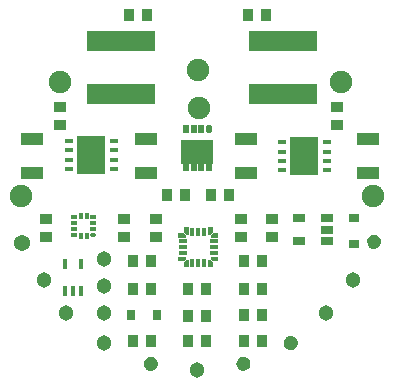
<source format=gts>
G04 Layer_Color=8388736*
%FSLAX25Y25*%
%MOIN*%
G70*
G01*
G75*
%ADD53R,0.01778X0.03747*%
%ADD54R,0.04337X0.03156*%
%ADD55R,0.03668X0.02880*%
%ADD56R,0.03550X0.03943*%
%ADD57R,0.03550X0.03943*%
%ADD58R,0.01935X0.02684*%
G04:AMPARAMS|DCode=59|XSize=19.35mil|YSize=26.84mil|CornerRadius=5.84mil|HoleSize=0mil|Usage=FLASHONLY|Rotation=180.000|XOffset=0mil|YOffset=0mil|HoleType=Round|Shape=RoundedRectangle|*
%AMROUNDEDRECTD59*
21,1,0.01935,0.01516,0,0,180.0*
21,1,0.00768,0.02684,0,0,180.0*
1,1,0.01168,-0.00384,0.00758*
1,1,0.01168,0.00384,0.00758*
1,1,0.01168,0.00384,-0.00758*
1,1,0.01168,-0.00384,-0.00758*
%
%ADD59ROUNDEDRECTD59*%
%ADD60R,0.11030X0.08117*%
%ADD61R,0.03156X0.01581*%
%ADD62R,0.01581X0.03156*%
%ADD63R,0.03943X0.03550*%
%ADD64R,0.03943X0.03550*%
%ADD65R,0.07487X0.03943*%
G04:AMPARAMS|DCode=66|XSize=20.14mil|YSize=15.02mil|CornerRadius=4.76mil|HoleSize=0mil|Usage=FLASHONLY|Rotation=0.000|XOffset=0mil|YOffset=0mil|HoleType=Round|Shape=RoundedRectangle|*
%AMROUNDEDRECTD66*
21,1,0.02014,0.00551,0,0,0.0*
21,1,0.01063,0.01502,0,0,0.0*
1,1,0.00951,0.00532,-0.00276*
1,1,0.00951,-0.00532,-0.00276*
1,1,0.00951,-0.00532,0.00276*
1,1,0.00951,0.00532,0.00276*
%
%ADD66ROUNDEDRECTD66*%
%ADD67R,0.02014X0.01502*%
%ADD68R,0.01502X0.02014*%
%ADD69R,0.03156X0.01778*%
%ADD70R,0.09455X0.12998*%
%ADD71R,0.22841X0.07093*%
%ADD72R,0.02880X0.03668*%
%ADD73C,0.05124*%
%ADD74C,0.07487*%
%ADD75C,0.02369*%
%ADD76C,0.05400*%
G36*
X441339Y232677D02*
X441339Y230906D01*
X440649Y230217D01*
X439764Y230217D01*
Y232677D01*
X441339Y232677D01*
D02*
G37*
G36*
X433465Y230217D02*
X432579Y230217D01*
X431890Y230906D01*
X431890Y232677D01*
X433465Y232677D01*
Y230217D01*
D02*
G37*
G36*
X443307Y229134D02*
X440846D01*
X440847Y230019D01*
X441535Y230709D01*
X443307Y230709D01*
X443307Y229134D01*
D02*
G37*
G36*
X431693Y230709D02*
X432382Y230019D01*
X432382Y229134D01*
X429921D01*
X429921Y230709D01*
X431693Y230709D01*
D02*
G37*
G36*
X495121Y230072D02*
X495131D01*
X495757Y230011D01*
X495767Y230009D01*
X495777Y230008D01*
X495786Y230005D01*
X495796Y230003D01*
X495805Y229999D01*
X495814Y229996D01*
X496395Y229756D01*
X496404Y229751D01*
X496413Y229747D01*
X496421Y229742D01*
X496430Y229737D01*
X496438Y229731D01*
X496446Y229725D01*
X496932Y229326D01*
X496939Y229319D01*
X496947Y229313D01*
X496953Y229305D01*
X496960Y229298D01*
X496966Y229290D01*
X496972Y229282D01*
X497321Y228760D01*
X497326Y228751D01*
X497331Y228743D01*
X497335Y228733D01*
X497340Y228725D01*
X497343Y228715D01*
X497346Y228706D01*
X497529Y228104D01*
X497531Y228095D01*
X497534Y228085D01*
X497535Y228075D01*
X497537Y228066D01*
Y228056D01*
X497538Y228046D01*
Y227731D01*
Y227381D01*
X497536Y227368D01*
X497536Y227355D01*
X497535Y227349D01*
X497534Y227342D01*
X497530Y227329D01*
X497527Y227317D01*
X497302Y226654D01*
X497297Y226642D01*
X497292Y226629D01*
X497289Y226624D01*
X497286Y226618D01*
X497278Y226607D01*
X497271Y226596D01*
X496845Y226041D01*
X496836Y226031D01*
X496828Y226021D01*
X496823Y226017D01*
X496818Y226012D01*
X496807Y226004D01*
X496797Y225996D01*
X496215Y225607D01*
X496204Y225601D01*
X496192Y225594D01*
X496186Y225591D01*
X496180Y225588D01*
X496168Y225585D01*
X496156Y225580D01*
X495479Y225399D01*
X495466Y225397D01*
X495453Y225394D01*
X495447Y225393D01*
X495440Y225392D01*
X495427Y225393D01*
X495414Y225392D01*
X494715Y225438D01*
X494702Y225440D01*
X494689Y225442D01*
X494683Y225444D01*
X494677Y225445D01*
X494664Y225449D01*
X494652Y225453D01*
X494005Y225721D01*
X493993Y225727D01*
X493981Y225732D01*
X493976Y225736D01*
X493970Y225740D01*
X493960Y225748D01*
X493949Y225756D01*
X493423Y226217D01*
X493414Y226227D01*
X493404Y226236D01*
X493400Y226241D01*
X493396Y226246D01*
X493389Y226257D01*
X493381Y226268D01*
X493031Y226874D01*
X493026Y226886D01*
X493020Y226898D01*
X493018Y226904D01*
X493015Y226910D01*
X493012Y226923D01*
X493008Y226935D01*
X492872Y227622D01*
X492870Y227635D01*
X492868Y227648D01*
X492869Y227655D01*
X492868Y227661D01*
X492869Y227674D01*
X492870Y227687D01*
X492961Y228381D01*
X492964Y228394D01*
X492966Y228407D01*
X492968Y228413D01*
X492970Y228420D01*
X492975Y228432D01*
X492980Y228444D01*
X493290Y229072D01*
X493296Y229083D01*
X493303Y229095D01*
X493307Y229100D01*
X493310Y229105D01*
X493319Y229115D01*
X493328Y229125D01*
X493575Y229373D01*
X493798Y229595D01*
X493805Y229601D01*
X493812Y229608D01*
X493820Y229614D01*
X493828Y229620D01*
X493837Y229625D01*
X493845Y229630D01*
X494400Y229927D01*
X494409Y229931D01*
X494418Y229935D01*
X494427Y229938D01*
X494436Y229942D01*
X494446Y229944D01*
X494455Y229947D01*
X495072Y230069D01*
X495082Y230070D01*
X495092Y230072D01*
X495101D01*
X495111Y230073D01*
X495121Y230072D01*
D02*
G37*
G36*
X443307Y221260D02*
X441535Y221260D01*
X440847Y221949D01*
X440846Y222835D01*
X443307D01*
X443307Y221260D01*
D02*
G37*
G36*
X432382Y221949D02*
X431693Y221260D01*
X429921Y221260D01*
X429921Y222835D01*
X432382D01*
X432382Y221949D01*
D02*
G37*
G36*
X440649Y221752D02*
X441339Y221063D01*
X441339Y219291D01*
X439764Y219291D01*
Y221752D01*
X440649Y221752D01*
D02*
G37*
G36*
X433465Y219291D02*
X431890Y219291D01*
X431890Y221063D01*
X432579Y221752D01*
X433465Y221752D01*
Y219291D01*
D02*
G37*
G36*
X467266Y196361D02*
X467276D01*
X467902Y196300D01*
X467912Y196298D01*
X467921Y196297D01*
X467931Y196294D01*
X467941Y196292D01*
X467950Y196288D01*
X467959Y196285D01*
X468540Y196045D01*
X468549Y196040D01*
X468558Y196036D01*
X468566Y196031D01*
X468575Y196026D01*
X468583Y196020D01*
X468591Y196014D01*
X469077Y195615D01*
X469084Y195608D01*
X469092Y195602D01*
X469098Y195594D01*
X469105Y195587D01*
X469110Y195579D01*
X469117Y195571D01*
X469466Y195048D01*
X469471Y195040D01*
X469476Y195032D01*
X469480Y195022D01*
X469485Y195014D01*
X469488Y195004D01*
X469491Y194995D01*
X469674Y194393D01*
X469676Y194384D01*
X469679Y194374D01*
X469680Y194364D01*
X469682Y194355D01*
Y194345D01*
X469683Y194335D01*
Y194020D01*
Y193670D01*
X469681Y193657D01*
X469681Y193644D01*
X469679Y193638D01*
X469679Y193631D01*
X469675Y193619D01*
X469672Y193606D01*
X469447Y192943D01*
X469442Y192931D01*
X469437Y192919D01*
X469433Y192913D01*
X469431Y192907D01*
X469423Y192896D01*
X469416Y192885D01*
X468990Y192330D01*
X468981Y192320D01*
X468972Y192310D01*
X468967Y192306D01*
X468963Y192301D01*
X468952Y192293D01*
X468942Y192285D01*
X468360Y191896D01*
X468348Y191890D01*
X468337Y191883D01*
X468331Y191881D01*
X468325Y191877D01*
X468313Y191874D01*
X468300Y191869D01*
X467624Y191688D01*
X467611Y191686D01*
X467598Y191683D01*
X467592Y191682D01*
X467585Y191681D01*
X467572Y191682D01*
X467559Y191681D01*
X466860Y191727D01*
X466847Y191729D01*
X466834Y191730D01*
X466828Y191732D01*
X466821Y191734D01*
X466809Y191738D01*
X466797Y191742D01*
X466150Y192010D01*
X466138Y192016D01*
X466126Y192022D01*
X466121Y192025D01*
X466115Y192028D01*
X466105Y192037D01*
X466094Y192044D01*
X465568Y192506D01*
X465559Y192516D01*
X465549Y192525D01*
X465545Y192530D01*
X465541Y192535D01*
X465534Y192546D01*
X465526Y192557D01*
X465176Y193163D01*
X465171Y193175D01*
X465165Y193186D01*
X465163Y193193D01*
X465160Y193199D01*
X465157Y193212D01*
X465153Y193224D01*
X465017Y193911D01*
X465015Y193924D01*
X465013Y193937D01*
X465013Y193944D01*
X465013Y193950D01*
X465014Y193963D01*
X465014Y193976D01*
X465106Y194670D01*
X465109Y194683D01*
X465111Y194696D01*
X465113Y194702D01*
X465115Y194709D01*
X465120Y194721D01*
X465125Y194733D01*
X465435Y195361D01*
X465441Y195372D01*
X465448Y195384D01*
X465452Y195389D01*
X465455Y195395D01*
X465464Y195404D01*
X465473Y195414D01*
X465720Y195662D01*
X465942Y195884D01*
X465950Y195890D01*
X465957Y195897D01*
X465965Y195903D01*
X465973Y195909D01*
X465982Y195914D01*
X465990Y195919D01*
X466545Y196216D01*
X466554Y196220D01*
X466562Y196224D01*
X466572Y196227D01*
X466581Y196231D01*
X466591Y196233D01*
X466600Y196236D01*
X467217Y196358D01*
X467227Y196359D01*
X467237Y196361D01*
X467246D01*
X467256Y196362D01*
X467266Y196361D01*
D02*
G37*
G36*
X451518Y189471D02*
X451528D01*
X452154Y189410D01*
X452164Y189408D01*
X452173Y189407D01*
X452183Y189404D01*
X452192Y189402D01*
X452202Y189398D01*
X452211Y189395D01*
X452792Y189155D01*
X452801Y189150D01*
X452810Y189146D01*
X452818Y189141D01*
X452827Y189136D01*
X452835Y189130D01*
X452843Y189125D01*
X453329Y188725D01*
X453336Y188718D01*
X453344Y188712D01*
X453350Y188705D01*
X453357Y188698D01*
X453362Y188689D01*
X453369Y188682D01*
X453718Y188159D01*
X453723Y188150D01*
X453728Y188142D01*
X453732Y188133D01*
X453737Y188124D01*
X453740Y188115D01*
X453743Y188105D01*
X453926Y187504D01*
X453928Y187494D01*
X453931Y187484D01*
X453932Y187475D01*
X453934Y187465D01*
Y187455D01*
X453935Y187445D01*
Y187131D01*
Y186781D01*
X453933Y186767D01*
X453933Y186754D01*
X453931Y186748D01*
X453931Y186741D01*
X453927Y186729D01*
X453924Y186716D01*
X453699Y186053D01*
X453693Y186041D01*
X453689Y186029D01*
X453685Y186023D01*
X453683Y186017D01*
X453675Y186006D01*
X453668Y185995D01*
X453242Y185440D01*
X453233Y185430D01*
X453225Y185420D01*
X453219Y185416D01*
X453215Y185411D01*
X453204Y185404D01*
X453194Y185395D01*
X452612Y185006D01*
X452600Y185000D01*
X452589Y184993D01*
X452583Y184991D01*
X452577Y184988D01*
X452565Y184984D01*
X452552Y184979D01*
X451876Y184798D01*
X451863Y184796D01*
X451850Y184793D01*
X451844Y184793D01*
X451837Y184792D01*
X451824Y184792D01*
X451811Y184792D01*
X451112Y184837D01*
X451099Y184839D01*
X451086Y184841D01*
X451080Y184843D01*
X451073Y184844D01*
X451061Y184848D01*
X451049Y184852D01*
X450402Y185120D01*
X450390Y185126D01*
X450378Y185132D01*
X450373Y185136D01*
X450367Y185139D01*
X450357Y185147D01*
X450346Y185155D01*
X449820Y185616D01*
X449811Y185626D01*
X449801Y185635D01*
X449797Y185640D01*
X449793Y185645D01*
X449786Y185656D01*
X449778Y185667D01*
X449428Y186273D01*
X449423Y186285D01*
X449417Y186297D01*
X449415Y186303D01*
X449412Y186309D01*
X449409Y186322D01*
X449405Y186335D01*
X449268Y187021D01*
X449267Y187034D01*
X449265Y187047D01*
X449265Y187054D01*
X449265Y187060D01*
X449266Y187073D01*
X449266Y187087D01*
X449358Y187781D01*
X449361Y187794D01*
X449363Y187806D01*
X449365Y187813D01*
X449367Y187819D01*
X449372Y187831D01*
X449377Y187843D01*
X449686Y188471D01*
X449693Y188482D01*
X449699Y188494D01*
X449704Y188499D01*
X449707Y188505D01*
X449716Y188514D01*
X449724Y188524D01*
X449972Y188772D01*
X450195Y188994D01*
X450202Y189001D01*
X450209Y189008D01*
X450217Y189013D01*
X450225Y189019D01*
X450234Y189024D01*
X450242Y189030D01*
X450797Y189326D01*
X450806Y189330D01*
X450814Y189334D01*
X450824Y189337D01*
X450833Y189341D01*
X450843Y189343D01*
X450852Y189346D01*
X451469Y189469D01*
X451479Y189470D01*
X451488Y189471D01*
X451498D01*
X451508Y189472D01*
X451518Y189471D01*
D02*
G37*
G36*
X420745Y189405D02*
X420755D01*
X421381Y189344D01*
X421390Y189342D01*
X421400Y189341D01*
X421410Y189338D01*
X421419Y189336D01*
X421428Y189332D01*
X421438Y189329D01*
X422019Y189089D01*
X422028Y189084D01*
X422037Y189080D01*
X422045Y189075D01*
X422054Y189070D01*
X422061Y189064D01*
X422070Y189058D01*
X422556Y188659D01*
X422563Y188652D01*
X422570Y188646D01*
X422577Y188638D01*
X422584Y188631D01*
X422589Y188623D01*
X422595Y188616D01*
X422945Y188093D01*
X422950Y188084D01*
X422955Y188076D01*
X422959Y188067D01*
X422963Y188058D01*
X422966Y188048D01*
X422970Y188039D01*
X423153Y187437D01*
X423155Y187428D01*
X423158Y187418D01*
X423159Y187408D01*
X423160Y187399D01*
Y187389D01*
X423161Y187379D01*
Y187065D01*
Y186714D01*
X423160Y186701D01*
X423160Y186688D01*
X423158Y186682D01*
X423158Y186675D01*
X423154Y186663D01*
X423151Y186650D01*
X422926Y185987D01*
X422920Y185975D01*
X422916Y185963D01*
X422912Y185957D01*
X422909Y185951D01*
X422902Y185940D01*
X422895Y185929D01*
X422469Y185374D01*
X422460Y185364D01*
X422451Y185354D01*
X422446Y185350D01*
X422442Y185345D01*
X422431Y185337D01*
X422421Y185329D01*
X421839Y184940D01*
X421827Y184934D01*
X421816Y184927D01*
X421810Y184925D01*
X421804Y184922D01*
X421791Y184918D01*
X421779Y184913D01*
X421103Y184732D01*
X421090Y184730D01*
X421077Y184727D01*
X421070Y184727D01*
X421064Y184725D01*
X421051Y184726D01*
X421038Y184725D01*
X420339Y184771D01*
X420326Y184773D01*
X420313Y184775D01*
X420307Y184776D01*
X420300Y184778D01*
X420288Y184782D01*
X420275Y184786D01*
X419628Y185054D01*
X419617Y185060D01*
X419605Y185066D01*
X419599Y185069D01*
X419594Y185073D01*
X419584Y185081D01*
X419573Y185089D01*
X419046Y185550D01*
X419037Y185560D01*
X419028Y185569D01*
X419024Y185574D01*
X419020Y185579D01*
X419013Y185590D01*
X419005Y185601D01*
X418655Y186207D01*
X418649Y186219D01*
X418643Y186231D01*
X418641Y186237D01*
X418639Y186243D01*
X418636Y186256D01*
X418632Y186268D01*
X418495Y186955D01*
X418494Y186968D01*
X418492Y186981D01*
X418492Y186988D01*
X418491Y186994D01*
X418493Y187007D01*
X418493Y187020D01*
X418584Y187715D01*
X418587Y187727D01*
X418590Y187740D01*
X418592Y187746D01*
X418594Y187753D01*
X418599Y187765D01*
X418604Y187777D01*
X418913Y188405D01*
X418920Y188416D01*
X418926Y188428D01*
X418930Y188433D01*
X418934Y188438D01*
X418943Y188448D01*
X418951Y188458D01*
X419199Y188706D01*
X419421Y188928D01*
X419429Y188935D01*
X419436Y188942D01*
X419444Y188947D01*
X419452Y188953D01*
X419460Y188958D01*
X419469Y188963D01*
X420023Y189260D01*
X420033Y189264D01*
X420041Y189268D01*
X420051Y189271D01*
X420060Y189275D01*
X420069Y189277D01*
X420079Y189280D01*
X420696Y189402D01*
X420706Y189403D01*
X420715Y189405D01*
X420725D01*
X420735Y189406D01*
X420745Y189405D01*
D02*
G37*
D53*
X392323Y220374D02*
D03*
X397441D02*
D03*
Y211516D02*
D03*
X394882D02*
D03*
X392323D02*
D03*
D54*
X470079Y228150D02*
D03*
Y235630D02*
D03*
X479528D02*
D03*
Y228150D02*
D03*
Y231890D02*
D03*
D55*
X488582Y235886D02*
D03*
Y227107D02*
D03*
D56*
X432134Y243307D02*
D03*
X440701Y243307D02*
D03*
X451724Y194882D02*
D03*
X451724Y203280D02*
D03*
X433221Y194882D02*
D03*
X451724Y221260D02*
D03*
X451724Y212073D02*
D03*
X420716Y194882D02*
D03*
X420716Y212074D02*
D03*
X413535Y303543D02*
D03*
X414717Y221259D02*
D03*
X439220Y203150D02*
D03*
X439221Y212074D02*
D03*
X459299Y303544D02*
D03*
D57*
X426134Y243307D02*
D03*
X446701Y243307D02*
D03*
X457724Y194882D02*
D03*
X457724Y203281D02*
D03*
X439221Y194882D02*
D03*
X457725Y221260D02*
D03*
X457724Y212073D02*
D03*
X414716Y194882D02*
D03*
X414716Y212074D02*
D03*
X419535Y303543D02*
D03*
X420717Y221260D02*
D03*
X433220Y203150D02*
D03*
X433221Y212074D02*
D03*
X453299Y303543D02*
D03*
D58*
X432480Y265256D02*
D03*
X435039D02*
D03*
X437598D02*
D03*
X432480Y252756D02*
D03*
X435039D02*
D03*
X437598D02*
D03*
X440158D02*
D03*
D59*
X440158Y265256D02*
D03*
D60*
X436319Y257756D02*
D03*
D61*
X431496Y224016D02*
D03*
Y225984D02*
D03*
Y227953D02*
D03*
X441732D02*
D03*
Y225984D02*
D03*
Y224016D02*
D03*
D62*
X434646Y231102D02*
D03*
X436614D02*
D03*
X438583D02*
D03*
Y220866D02*
D03*
X436614D02*
D03*
X434646D02*
D03*
D63*
X450787Y235283D02*
D03*
X422441Y235283D02*
D03*
X461024Y235283D02*
D03*
X390551Y266685D02*
D03*
X482677Y266685D02*
D03*
X385827Y235283D02*
D03*
X411811Y229283D02*
D03*
D64*
X450788D02*
D03*
X422441Y229283D02*
D03*
X461024Y229283D02*
D03*
X390551Y272685D02*
D03*
X482677Y272685D02*
D03*
X385827Y229283D02*
D03*
X411811Y235283D02*
D03*
D65*
X381299Y250689D02*
D03*
Y262106D02*
D03*
X419193Y250787D02*
D03*
Y262205D02*
D03*
X493012Y262106D02*
D03*
Y250689D02*
D03*
X452362Y262205D02*
D03*
Y250787D02*
D03*
D66*
X401634Y230118D02*
D03*
D67*
Y232087D02*
D03*
Y234055D02*
D03*
Y236024D02*
D03*
X395217D02*
D03*
Y234055D02*
D03*
Y232087D02*
D03*
Y230118D02*
D03*
D68*
X399409Y236279D02*
D03*
X397441D02*
D03*
Y229862D02*
D03*
X399409D02*
D03*
D69*
X393504Y261407D02*
D03*
Y258258D02*
D03*
Y255108D02*
D03*
Y251959D02*
D03*
X408465D02*
D03*
Y255108D02*
D03*
Y258258D02*
D03*
Y261407D02*
D03*
X479331Y251575D02*
D03*
Y254724D02*
D03*
Y257874D02*
D03*
Y261024D02*
D03*
X464370D02*
D03*
Y257874D02*
D03*
Y254724D02*
D03*
Y251575D02*
D03*
D70*
X400984Y256683D02*
D03*
X471850Y256299D02*
D03*
D71*
X410827Y276969D02*
D03*
Y294685D02*
D03*
X464961Y276969D02*
D03*
Y294685D02*
D03*
D72*
X414115Y203281D02*
D03*
X422894D02*
D03*
D73*
X405118Y194094D02*
D03*
X479134Y203937D02*
D03*
X385039Y214961D02*
D03*
X405118Y222047D02*
D03*
X392520Y203937D02*
D03*
X436221Y185039D02*
D03*
X405118Y203937D02*
D03*
X405118Y212992D02*
D03*
X488189Y214961D02*
D03*
D74*
X377362Y243012D02*
D03*
X390551Y281102D02*
D03*
X436614Y285039D02*
D03*
X494882Y242913D02*
D03*
X436713Y272441D02*
D03*
X484252Y281102D02*
D03*
D75*
X403150Y261014D02*
D03*
Y256683D02*
D03*
Y252352D02*
D03*
X398819Y261014D02*
D03*
Y256683D02*
D03*
Y252352D02*
D03*
X469685Y251969D02*
D03*
Y256299D02*
D03*
Y260630D02*
D03*
X474016Y251969D02*
D03*
Y256299D02*
D03*
Y260630D02*
D03*
D76*
X377756Y227362D02*
D03*
M02*

</source>
